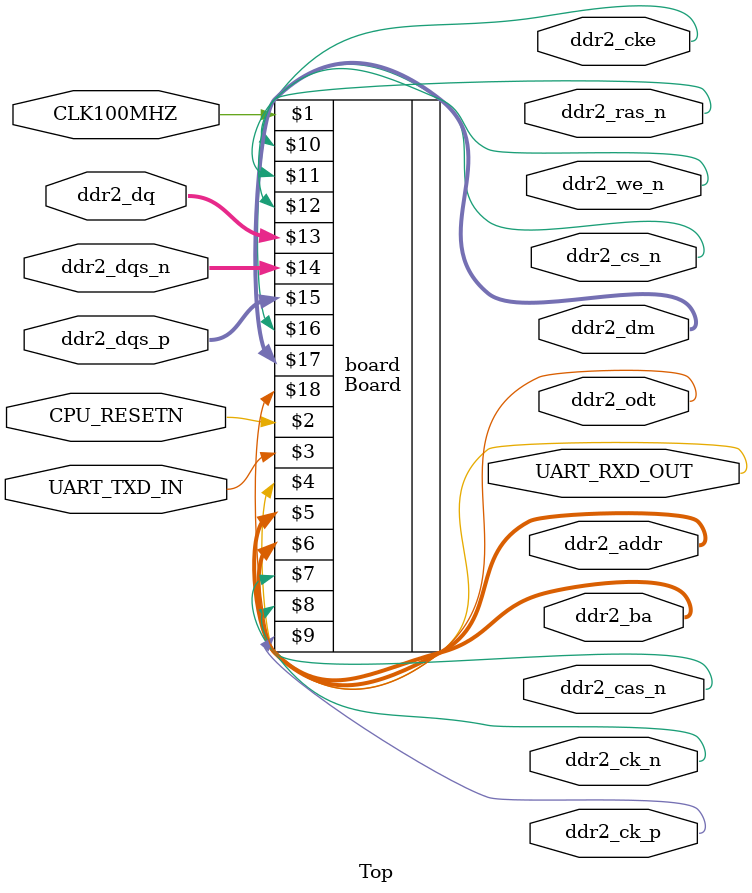
<source format=v>
module Top #(
    parameter CLK_PER_SEC = 40000000,
    parameter BAUD_RATE = 200000
) (
    input wire CLK100MHZ,
    input wire CPU_RESETN,
    // input wire resetn,
    input wire UART_TXD_IN,
    output wire UART_RXD_OUT,
    // output wire [15:0] LED,
    // input wire [15:0] SW,

    // DDR2
    output wire [12:0] ddr2_addr,
    output wire [2:0] ddr2_ba,
    output wire ddr2_cas_n,
    output wire [0:0] ddr2_ck_n,
    output wire [0:0] ddr2_ck_p,
    output wire [0:0] ddr2_cke,
    output wire ddr2_ras_n,
    output wire ddr2_we_n,
    inout  wire [15:0] ddr2_dq,
    inout  wire [1:0] ddr2_dqs_n,
    inout  wire [1:0] ddr2_dqs_p,
    output wire [0:0] ddr2_cs_n,
    output wire [1:0] ddr2_dm,
    output wire [0:0] ddr2_odt
);
    Board #(CLK_PER_SEC, BAUD_RATE) board(
        CLK100MHZ, CPU_RESETN, UART_TXD_IN, UART_RXD_OUT,// LED, SW,
        ddr2_addr, ddr2_ba, ddr2_cas_n, ddr2_ck_n, ddr2_ck_p, ddr2_cke,
        ddr2_ras_n, ddr2_we_n, ddr2_dq, ddr2_dqs_n, ddr2_dqs_p, ddr2_cs_n,
        ddr2_dm, ddr2_odt
    );
endmodule
</source>
